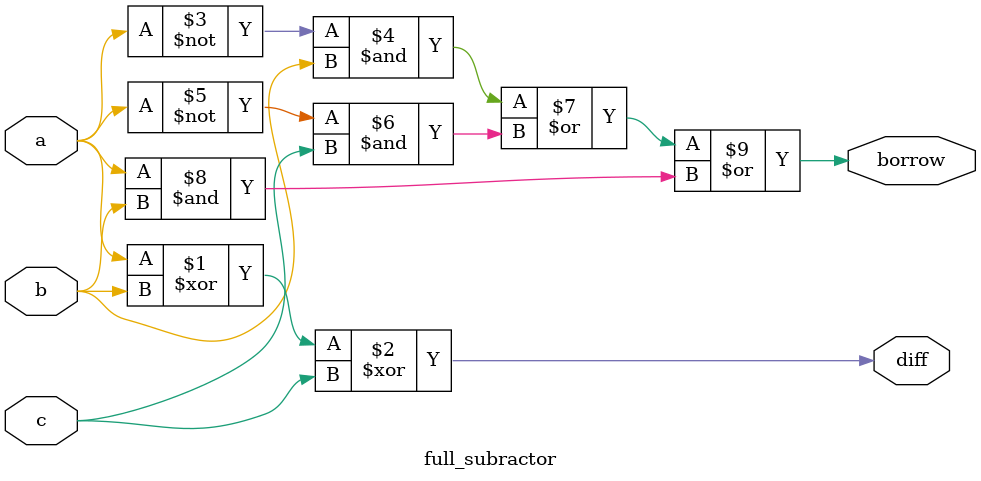
<source format=v>
module full_subractor(input a,b,c,output diff, borrow);
  assign diff = a^b^c;
  assign borrow = (~a&b) |(~a&c) |(a&b) ; 
endmodule

</source>
